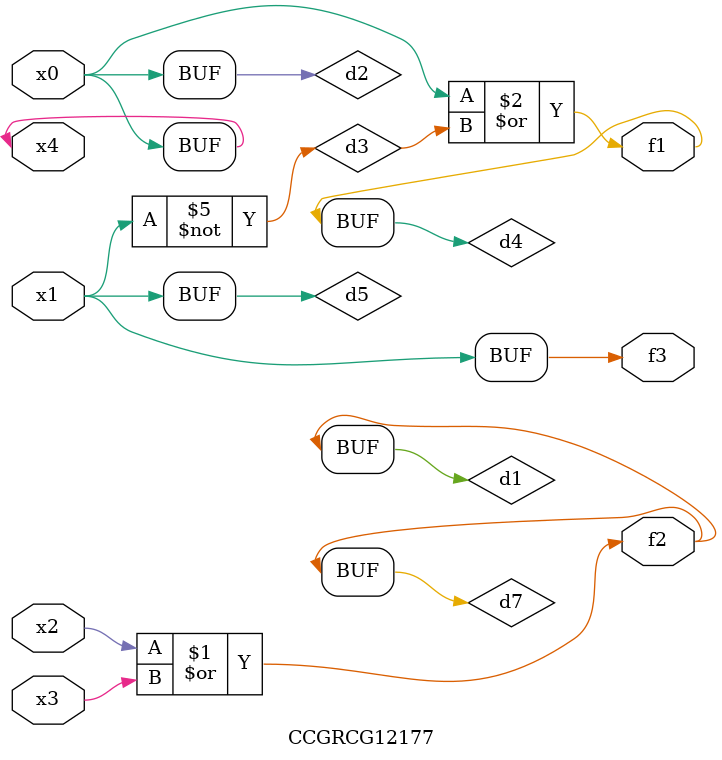
<source format=v>
module CCGRCG12177(
	input x0, x1, x2, x3, x4,
	output f1, f2, f3
);

	wire d1, d2, d3, d4, d5, d6, d7;

	or (d1, x2, x3);
	buf (d2, x0, x4);
	not (d3, x1);
	or (d4, d2, d3);
	not (d5, d3);
	nand (d6, d1, d3);
	or (d7, d1);
	assign f1 = d4;
	assign f2 = d7;
	assign f3 = d5;
endmodule

</source>
